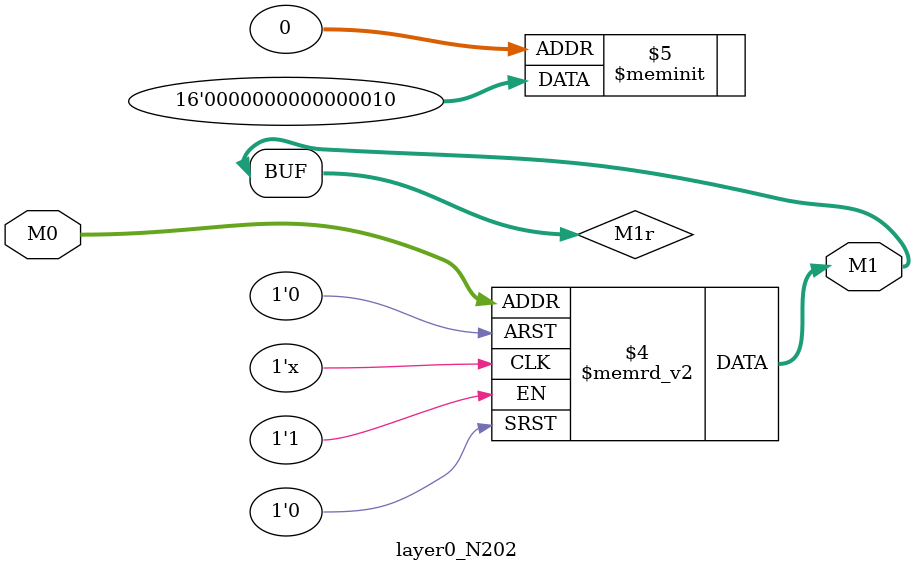
<source format=v>
module layer0_N202 ( input [2:0] M0, output [1:0] M1 );

	(*rom_style = "distributed" *) reg [1:0] M1r;
	assign M1 = M1r;
	always @ (M0) begin
		case (M0)
			3'b000: M1r = 2'b10;
			3'b100: M1r = 2'b00;
			3'b010: M1r = 2'b00;
			3'b110: M1r = 2'b00;
			3'b001: M1r = 2'b00;
			3'b101: M1r = 2'b00;
			3'b011: M1r = 2'b00;
			3'b111: M1r = 2'b00;

		endcase
	end
endmodule

</source>
